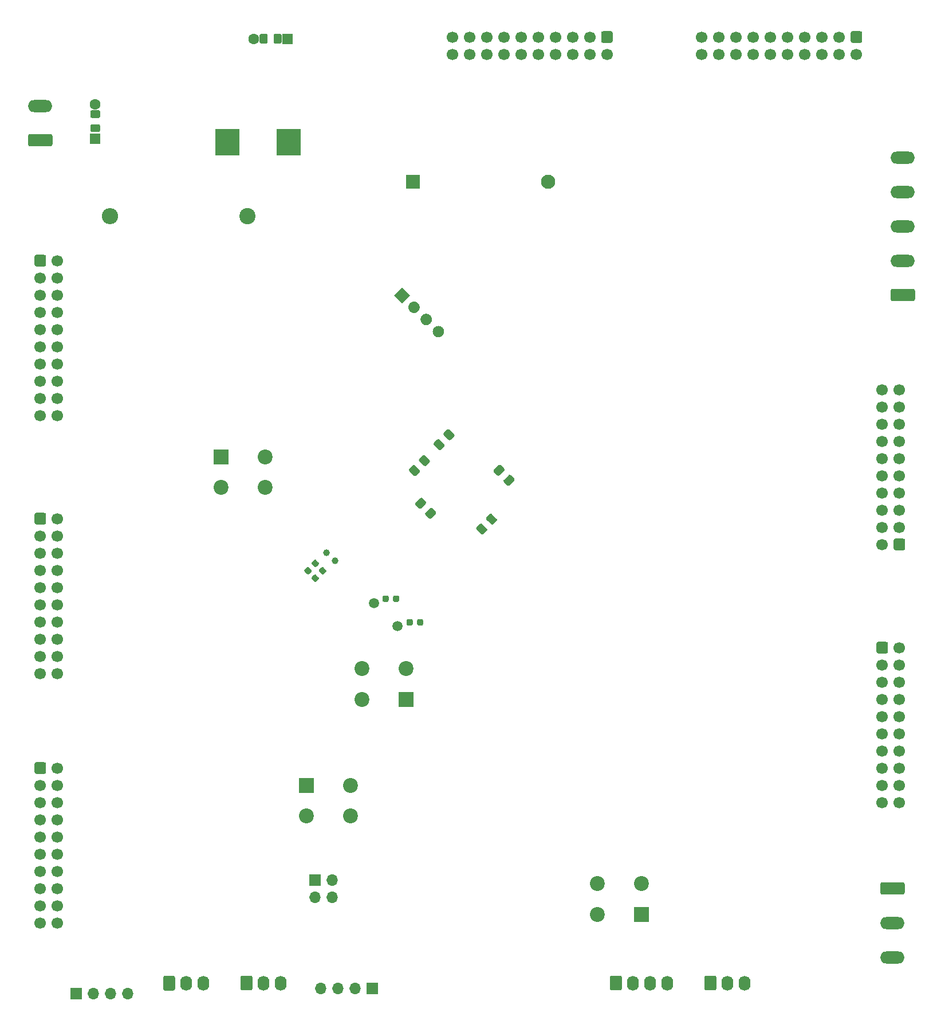
<source format=gbr>
%TF.GenerationSoftware,KiCad,Pcbnew,(5.1.12)-1*%
%TF.CreationDate,2022-04-06T16:52:09+05:30*%
%TF.ProjectId,MCROCONTROLLER,4d43524f-434f-44e5-9452-4f4c4c45522e,rev?*%
%TF.SameCoordinates,Original*%
%TF.FileFunction,Soldermask,Bot*%
%TF.FilePolarity,Negative*%
%FSLAX46Y46*%
G04 Gerber Fmt 4.6, Leading zero omitted, Abs format (unit mm)*
G04 Created by KiCad (PCBNEW (5.1.12)-1) date 2022-04-06 16:52:09*
%MOMM*%
%LPD*%
G01*
G04 APERTURE LIST*
%ADD10O,3.600000X1.800000*%
%ADD11R,1.600000X1.600000*%
%ADD12C,1.600000*%
%ADD13C,1.700000*%
%ADD14C,0.100000*%
%ADD15R,3.600000X4.000000*%
%ADD16C,2.200000*%
%ADD17R,2.200000X2.200000*%
%ADD18C,1.500000*%
%ADD19C,1.000000*%
%ADD20O,1.740000X2.190000*%
%ADD21R,1.700000X1.700000*%
%ADD22O,1.700000X1.700000*%
%ADD23C,2.400000*%
%ADD24O,2.400000X2.400000*%
%ADD25R,2.100000X2.100000*%
%ADD26C,2.100000*%
G04 APERTURE END LIST*
%TO.C,J7*%
G36*
G01*
X184938000Y-77100000D02*
X181838000Y-77100000D01*
G75*
G02*
X181588000Y-76850000I0J250000D01*
G01*
X181588000Y-75550000D01*
G75*
G02*
X181838000Y-75300000I250000J0D01*
G01*
X184938000Y-75300000D01*
G75*
G02*
X185188000Y-75550000I0J-250000D01*
G01*
X185188000Y-76850000D01*
G75*
G02*
X184938000Y-77100000I-250000J0D01*
G01*
G37*
D10*
X183388000Y-71120000D03*
X183388000Y-66040000D03*
X183388000Y-60960000D03*
X183388000Y-55880000D03*
%TD*%
D11*
%TO.C,C1*%
X64008000Y-53086000D03*
D12*
X64008000Y-48086000D03*
%TD*%
%TO.C,C2*%
G36*
G01*
X64483000Y-52149500D02*
X63533000Y-52149500D01*
G75*
G02*
X63283000Y-51899500I0J250000D01*
G01*
X63283000Y-51224500D01*
G75*
G02*
X63533000Y-50974500I250000J0D01*
G01*
X64483000Y-50974500D01*
G75*
G02*
X64733000Y-51224500I0J-250000D01*
G01*
X64733000Y-51899500D01*
G75*
G02*
X64483000Y-52149500I-250000J0D01*
G01*
G37*
G36*
G01*
X64483000Y-50074500D02*
X63533000Y-50074500D01*
G75*
G02*
X63283000Y-49824500I0J250000D01*
G01*
X63283000Y-49149500D01*
G75*
G02*
X63533000Y-48899500I250000J0D01*
G01*
X64483000Y-48899500D01*
G75*
G02*
X64733000Y-49149500I0J-250000D01*
G01*
X64733000Y-49824500D01*
G75*
G02*
X64483000Y-50074500I-250000J0D01*
G01*
G37*
%TD*%
%TO.C,C3*%
X87456000Y-38354000D03*
D11*
X92456000Y-38354000D03*
%TD*%
%TO.C,C4*%
G36*
G01*
X89487500Y-37879000D02*
X89487500Y-38829000D01*
G75*
G02*
X89237500Y-39079000I-250000J0D01*
G01*
X88562500Y-39079000D01*
G75*
G02*
X88312500Y-38829000I0J250000D01*
G01*
X88312500Y-37879000D01*
G75*
G02*
X88562500Y-37629000I250000J0D01*
G01*
X89237500Y-37629000D01*
G75*
G02*
X89487500Y-37879000I0J-250000D01*
G01*
G37*
G36*
G01*
X91562500Y-37879000D02*
X91562500Y-38829000D01*
G75*
G02*
X91312500Y-39079000I-250000J0D01*
G01*
X90637500Y-39079000D01*
G75*
G02*
X90387500Y-38829000I0J250000D01*
G01*
X90387500Y-37879000D01*
G75*
G02*
X90637500Y-37629000I250000J0D01*
G01*
X91312500Y-37629000D01*
G75*
G02*
X91562500Y-37879000I0J-250000D01*
G01*
G37*
%TD*%
%TO.C,C6*%
G36*
G01*
X106483400Y-121306400D02*
X106483400Y-120806400D01*
G75*
G02*
X106708400Y-120581400I225000J0D01*
G01*
X107158400Y-120581400D01*
G75*
G02*
X107383400Y-120806400I0J-225000D01*
G01*
X107383400Y-121306400D01*
G75*
G02*
X107158400Y-121531400I-225000J0D01*
G01*
X106708400Y-121531400D01*
G75*
G02*
X106483400Y-121306400I0J225000D01*
G01*
G37*
G36*
G01*
X108033400Y-121306400D02*
X108033400Y-120806400D01*
G75*
G02*
X108258400Y-120581400I225000J0D01*
G01*
X108708400Y-120581400D01*
G75*
G02*
X108933400Y-120806400I0J-225000D01*
G01*
X108933400Y-121306400D01*
G75*
G02*
X108708400Y-121531400I-225000J0D01*
G01*
X108258400Y-121531400D01*
G75*
G02*
X108033400Y-121306400I0J225000D01*
G01*
G37*
%TD*%
%TO.C,C7*%
G36*
G01*
X110039400Y-124786200D02*
X110039400Y-124286200D01*
G75*
G02*
X110264400Y-124061200I225000J0D01*
G01*
X110714400Y-124061200D01*
G75*
G02*
X110939400Y-124286200I0J-225000D01*
G01*
X110939400Y-124786200D01*
G75*
G02*
X110714400Y-125011200I-225000J0D01*
G01*
X110264400Y-125011200D01*
G75*
G02*
X110039400Y-124786200I0J225000D01*
G01*
G37*
G36*
G01*
X111589400Y-124786200D02*
X111589400Y-124286200D01*
G75*
G02*
X111814400Y-124061200I225000J0D01*
G01*
X112264400Y-124061200D01*
G75*
G02*
X112489400Y-124286200I0J-225000D01*
G01*
X112489400Y-124786200D01*
G75*
G02*
X112264400Y-125011200I-225000J0D01*
G01*
X111814400Y-125011200D01*
G75*
G02*
X111589400Y-124786200I0J225000D01*
G01*
G37*
%TD*%
%TO.C,C8*%
G36*
G01*
X96690637Y-115325209D02*
X97044191Y-115678763D01*
G75*
G02*
X97044191Y-115996961I-159099J-159099D01*
G01*
X96725993Y-116315159D01*
G75*
G02*
X96407795Y-116315159I-159099J159099D01*
G01*
X96054241Y-115961605D01*
G75*
G02*
X96054241Y-115643407I159099J159099D01*
G01*
X96372439Y-115325209D01*
G75*
G02*
X96690637Y-115325209I159099J-159099D01*
G01*
G37*
G36*
G01*
X95594621Y-116421225D02*
X95948175Y-116774779D01*
G75*
G02*
X95948175Y-117092977I-159099J-159099D01*
G01*
X95629977Y-117411175D01*
G75*
G02*
X95311779Y-117411175I-159099J159099D01*
G01*
X94958225Y-117057621D01*
G75*
G02*
X94958225Y-116739423I159099J159099D01*
G01*
X95276423Y-116421225D01*
G75*
G02*
X95594621Y-116421225I159099J-159099D01*
G01*
G37*
%TD*%
%TO.C,C9*%
G36*
G01*
X96672213Y-117528033D02*
X97025767Y-117881587D01*
G75*
G02*
X97025767Y-118199785I-159099J-159099D01*
G01*
X96707569Y-118517983D01*
G75*
G02*
X96389371Y-118517983I-159099J159099D01*
G01*
X96035817Y-118164429D01*
G75*
G02*
X96035817Y-117846231I159099J159099D01*
G01*
X96354015Y-117528033D01*
G75*
G02*
X96672213Y-117528033I159099J-159099D01*
G01*
G37*
G36*
G01*
X97768229Y-116432017D02*
X98121783Y-116785571D01*
G75*
G02*
X98121783Y-117103769I-159099J-159099D01*
G01*
X97803585Y-117421967D01*
G75*
G02*
X97485387Y-117421967I-159099J159099D01*
G01*
X97131833Y-117068413D01*
G75*
G02*
X97131833Y-116750215I159099J159099D01*
G01*
X97450031Y-116432017D01*
G75*
G02*
X97768229Y-116432017I159099J-159099D01*
G01*
G37*
%TD*%
%TO.C,C10*%
G36*
G01*
X111127604Y-102878747D02*
X110455853Y-102206996D01*
G75*
G02*
X110455853Y-101853442I176777J176777D01*
G01*
X110933150Y-101376145D01*
G75*
G02*
X111286704Y-101376145I176777J-176777D01*
G01*
X111958455Y-102047896D01*
G75*
G02*
X111958455Y-102401450I-176777J-176777D01*
G01*
X111481158Y-102878747D01*
G75*
G02*
X111127604Y-102878747I-176777J176777D01*
G01*
G37*
G36*
G01*
X112594850Y-101411501D02*
X111923099Y-100739750D01*
G75*
G02*
X111923099Y-100386196I176777J176777D01*
G01*
X112400396Y-99908899D01*
G75*
G02*
X112753950Y-99908899I176777J-176777D01*
G01*
X113425701Y-100580650D01*
G75*
G02*
X113425701Y-100934204I-176777J-176777D01*
G01*
X112948404Y-101411501D01*
G75*
G02*
X112594850Y-101411501I-176777J176777D01*
G01*
G37*
%TD*%
%TO.C,C11*%
G36*
G01*
X124419899Y-103476250D02*
X125091650Y-102804499D01*
G75*
G02*
X125445204Y-102804499I176777J-176777D01*
G01*
X125922501Y-103281796D01*
G75*
G02*
X125922501Y-103635350I-176777J-176777D01*
G01*
X125250750Y-104307101D01*
G75*
G02*
X124897196Y-104307101I-176777J176777D01*
G01*
X124419899Y-103829804D01*
G75*
G02*
X124419899Y-103476250I176777J176777D01*
G01*
G37*
G36*
G01*
X122952653Y-102009004D02*
X123624404Y-101337253D01*
G75*
G02*
X123977958Y-101337253I176777J-176777D01*
G01*
X124455255Y-101814550D01*
G75*
G02*
X124455255Y-102168104I-176777J-176777D01*
G01*
X123783504Y-102839855D01*
G75*
G02*
X123429950Y-102839855I-176777J176777D01*
G01*
X122952653Y-102362558D01*
G75*
G02*
X122952653Y-102009004I176777J176777D01*
G01*
G37*
%TD*%
%TO.C,C12*%
G36*
G01*
X114756827Y-99046324D02*
X114085076Y-98374573D01*
G75*
G02*
X114085076Y-98021019I176777J176777D01*
G01*
X114562373Y-97543722D01*
G75*
G02*
X114915927Y-97543722I176777J-176777D01*
G01*
X115587678Y-98215473D01*
G75*
G02*
X115587678Y-98569027I-176777J-176777D01*
G01*
X115110381Y-99046324D01*
G75*
G02*
X114756827Y-99046324I-176777J176777D01*
G01*
G37*
G36*
G01*
X116224073Y-97579078D02*
X115552322Y-96907327D01*
G75*
G02*
X115552322Y-96553773I176777J176777D01*
G01*
X116029619Y-96076476D01*
G75*
G02*
X116383173Y-96076476I176777J-176777D01*
G01*
X117054924Y-96748227D01*
G75*
G02*
X117054924Y-97101781I-176777J-176777D01*
G01*
X116577627Y-97579078D01*
G75*
G02*
X116224073Y-97579078I-176777J176777D01*
G01*
G37*
%TD*%
%TO.C,C13*%
G36*
G01*
X121215127Y-110019022D02*
X121886878Y-110690773D01*
G75*
G02*
X121886878Y-111044327I-176777J-176777D01*
G01*
X121409581Y-111521624D01*
G75*
G02*
X121056027Y-111521624I-176777J176777D01*
G01*
X120384276Y-110849873D01*
G75*
G02*
X120384276Y-110496319I176777J176777D01*
G01*
X120861573Y-110019022D01*
G75*
G02*
X121215127Y-110019022I176777J-176777D01*
G01*
G37*
G36*
G01*
X122682373Y-108551776D02*
X123354124Y-109223527D01*
G75*
G02*
X123354124Y-109577081I-176777J-176777D01*
G01*
X122876827Y-110054378D01*
G75*
G02*
X122523273Y-110054378I-176777J176777D01*
G01*
X121851522Y-109382627D01*
G75*
G02*
X121851522Y-109029073I176777J176777D01*
G01*
X122328819Y-108551776D01*
G75*
G02*
X122682373Y-108551776I176777J-176777D01*
G01*
G37*
%TD*%
%TO.C,C14*%
G36*
G01*
X114334147Y-108506196D02*
X113662396Y-109177947D01*
G75*
G02*
X113308842Y-109177947I-176777J176777D01*
G01*
X112831545Y-108700650D01*
G75*
G02*
X112831545Y-108347096I176777J176777D01*
G01*
X113503296Y-107675345D01*
G75*
G02*
X113856850Y-107675345I176777J-176777D01*
G01*
X114334147Y-108152642D01*
G75*
G02*
X114334147Y-108506196I-176777J-176777D01*
G01*
G37*
G36*
G01*
X112866901Y-107038950D02*
X112195150Y-107710701D01*
G75*
G02*
X111841596Y-107710701I-176777J176777D01*
G01*
X111364299Y-107233404D01*
G75*
G02*
X111364299Y-106879850I176777J176777D01*
G01*
X112036050Y-106208099D01*
G75*
G02*
X112389604Y-106208099I176777J-176777D01*
G01*
X112866901Y-106685396D01*
G75*
G02*
X112866901Y-107038950I-176777J-176777D01*
G01*
G37*
%TD*%
%TO.C,J1*%
G36*
G01*
X55030000Y-71720000D02*
X55030000Y-70520000D01*
G75*
G02*
X55280000Y-70270000I250000J0D01*
G01*
X56480000Y-70270000D01*
G75*
G02*
X56730000Y-70520000I0J-250000D01*
G01*
X56730000Y-71720000D01*
G75*
G02*
X56480000Y-71970000I-250000J0D01*
G01*
X55280000Y-71970000D01*
G75*
G02*
X55030000Y-71720000I0J250000D01*
G01*
G37*
D13*
X55880000Y-73660000D03*
X55880000Y-76200000D03*
X55880000Y-78740000D03*
X55880000Y-81280000D03*
X55880000Y-83820000D03*
X55880000Y-86360000D03*
X55880000Y-88900000D03*
X55880000Y-91440000D03*
X55880000Y-93980000D03*
X58420000Y-71120000D03*
X58420000Y-73660000D03*
X58420000Y-76200000D03*
X58420000Y-78740000D03*
X58420000Y-81280000D03*
X58420000Y-83820000D03*
X58420000Y-86360000D03*
X58420000Y-88900000D03*
X58420000Y-91440000D03*
X58420000Y-93980000D03*
%TD*%
%TO.C,J2*%
X58420000Y-132080000D03*
X58420000Y-129540000D03*
X58420000Y-127000000D03*
X58420000Y-124460000D03*
X58420000Y-121920000D03*
X58420000Y-119380000D03*
X58420000Y-116840000D03*
X58420000Y-114300000D03*
X58420000Y-111760000D03*
X58420000Y-109220000D03*
X55880000Y-132080000D03*
X55880000Y-129540000D03*
X55880000Y-127000000D03*
X55880000Y-124460000D03*
X55880000Y-121920000D03*
X55880000Y-119380000D03*
X55880000Y-116840000D03*
X55880000Y-114300000D03*
X55880000Y-111760000D03*
G36*
G01*
X55030000Y-109820000D02*
X55030000Y-108620000D01*
G75*
G02*
X55280000Y-108370000I250000J0D01*
G01*
X56480000Y-108370000D01*
G75*
G02*
X56730000Y-108620000I0J-250000D01*
G01*
X56730000Y-109820000D01*
G75*
G02*
X56480000Y-110070000I-250000J0D01*
G01*
X55280000Y-110070000D01*
G75*
G02*
X55030000Y-109820000I0J250000D01*
G01*
G37*
%TD*%
%TO.C,J3*%
G36*
G01*
X183730000Y-112430000D02*
X183730000Y-113630000D01*
G75*
G02*
X183480000Y-113880000I-250000J0D01*
G01*
X182280000Y-113880000D01*
G75*
G02*
X182030000Y-113630000I0J250000D01*
G01*
X182030000Y-112430000D01*
G75*
G02*
X182280000Y-112180000I250000J0D01*
G01*
X183480000Y-112180000D01*
G75*
G02*
X183730000Y-112430000I0J-250000D01*
G01*
G37*
X182880000Y-110490000D03*
X182880000Y-107950000D03*
X182880000Y-105410000D03*
X182880000Y-102870000D03*
X182880000Y-100330000D03*
X182880000Y-97790000D03*
X182880000Y-95250000D03*
X182880000Y-92710000D03*
X182880000Y-90170000D03*
X180340000Y-113030000D03*
X180340000Y-110490000D03*
X180340000Y-107950000D03*
X180340000Y-105410000D03*
X180340000Y-102870000D03*
X180340000Y-100330000D03*
X180340000Y-97790000D03*
X180340000Y-95250000D03*
X180340000Y-92710000D03*
X180340000Y-90170000D03*
%TD*%
%TO.C,J4*%
G36*
G01*
X55030000Y-146650000D02*
X55030000Y-145450000D01*
G75*
G02*
X55280000Y-145200000I250000J0D01*
G01*
X56480000Y-145200000D01*
G75*
G02*
X56730000Y-145450000I0J-250000D01*
G01*
X56730000Y-146650000D01*
G75*
G02*
X56480000Y-146900000I-250000J0D01*
G01*
X55280000Y-146900000D01*
G75*
G02*
X55030000Y-146650000I0J250000D01*
G01*
G37*
X55880000Y-148590000D03*
X55880000Y-151130000D03*
X55880000Y-153670000D03*
X55880000Y-156210000D03*
X55880000Y-158750000D03*
X55880000Y-161290000D03*
X55880000Y-163830000D03*
X55880000Y-166370000D03*
X55880000Y-168910000D03*
X58420000Y-146050000D03*
X58420000Y-148590000D03*
X58420000Y-151130000D03*
X58420000Y-153670000D03*
X58420000Y-156210000D03*
X58420000Y-158750000D03*
X58420000Y-161290000D03*
X58420000Y-163830000D03*
X58420000Y-166370000D03*
X58420000Y-168910000D03*
%TD*%
%TO.C,J5*%
X182880000Y-151130000D03*
X182880000Y-148590000D03*
X182880000Y-146050000D03*
X182880000Y-143510000D03*
X182880000Y-140970000D03*
X182880000Y-138430000D03*
X182880000Y-135890000D03*
X182880000Y-133350000D03*
X182880000Y-130810000D03*
X182880000Y-128270000D03*
X180340000Y-151130000D03*
X180340000Y-148590000D03*
X180340000Y-146050000D03*
X180340000Y-143510000D03*
X180340000Y-140970000D03*
X180340000Y-138430000D03*
X180340000Y-135890000D03*
X180340000Y-133350000D03*
X180340000Y-130810000D03*
G36*
G01*
X179490000Y-128870000D02*
X179490000Y-127670000D01*
G75*
G02*
X179740000Y-127420000I250000J0D01*
G01*
X180940000Y-127420000D01*
G75*
G02*
X181190000Y-127670000I0J-250000D01*
G01*
X181190000Y-128870000D01*
G75*
G02*
X180940000Y-129120000I-250000J0D01*
G01*
X179740000Y-129120000D01*
G75*
G02*
X179490000Y-128870000I0J250000D01*
G01*
G37*
%TD*%
%TO.C,J6*%
G36*
G01*
X180314000Y-162930000D02*
X183414000Y-162930000D01*
G75*
G02*
X183664000Y-163180000I0J-250000D01*
G01*
X183664000Y-164480000D01*
G75*
G02*
X183414000Y-164730000I-250000J0D01*
G01*
X180314000Y-164730000D01*
G75*
G02*
X180064000Y-164480000I0J250000D01*
G01*
X180064000Y-163180000D01*
G75*
G02*
X180314000Y-162930000I250000J0D01*
G01*
G37*
D10*
X181864000Y-168910000D03*
X181864000Y-173990000D03*
%TD*%
D13*
%TO.C,J8*%
X153670000Y-40640000D03*
X156210000Y-40640000D03*
X158750000Y-40640000D03*
X161290000Y-40640000D03*
X163830000Y-40640000D03*
X166370000Y-40640000D03*
X168910000Y-40640000D03*
X171450000Y-40640000D03*
X173990000Y-40640000D03*
X176530000Y-40640000D03*
X153670000Y-38100000D03*
X156210000Y-38100000D03*
X158750000Y-38100000D03*
X161290000Y-38100000D03*
X163830000Y-38100000D03*
X166370000Y-38100000D03*
X168910000Y-38100000D03*
X171450000Y-38100000D03*
X173990000Y-38100000D03*
G36*
G01*
X175930000Y-37250000D02*
X177130000Y-37250000D01*
G75*
G02*
X177380000Y-37500000I0J-250000D01*
G01*
X177380000Y-38700000D01*
G75*
G02*
X177130000Y-38950000I-250000J0D01*
G01*
X175930000Y-38950000D01*
G75*
G02*
X175680000Y-38700000I0J250000D01*
G01*
X175680000Y-37500000D01*
G75*
G02*
X175930000Y-37250000I250000J0D01*
G01*
G37*
%TD*%
%TO.C,J9*%
G36*
G01*
X57430000Y-54240000D02*
X54330000Y-54240000D01*
G75*
G02*
X54080000Y-53990000I0J250000D01*
G01*
X54080000Y-52690000D01*
G75*
G02*
X54330000Y-52440000I250000J0D01*
G01*
X57430000Y-52440000D01*
G75*
G02*
X57680000Y-52690000I0J-250000D01*
G01*
X57680000Y-53990000D01*
G75*
G02*
X57430000Y-54240000I-250000J0D01*
G01*
G37*
D10*
X55880000Y-48260000D03*
%TD*%
D14*
%TO.C,J10*%
G36*
X109343646Y-77424128D02*
G01*
X108141564Y-76222046D01*
X109343646Y-75019964D01*
X110545728Y-76222046D01*
X109343646Y-77424128D01*
G37*
G36*
G01*
X110538656Y-78619138D02*
X110538656Y-78619138D01*
G75*
G02*
X110538656Y-77417056I601041J601041D01*
G01*
X110538656Y-77417056D01*
G75*
G02*
X111740738Y-77417056I601041J-601041D01*
G01*
X111740738Y-77417056D01*
G75*
G02*
X111740738Y-78619138I-601041J-601041D01*
G01*
X111740738Y-78619138D01*
G75*
G02*
X110538656Y-78619138I-601041J601041D01*
G01*
G37*
G36*
G01*
X112334707Y-80415189D02*
X112334707Y-80415189D01*
G75*
G02*
X112334707Y-79213107I601041J601041D01*
G01*
X112334707Y-79213107D01*
G75*
G02*
X113536789Y-79213107I601041J-601041D01*
G01*
X113536789Y-79213107D01*
G75*
G02*
X113536789Y-80415189I-601041J-601041D01*
G01*
X113536789Y-80415189D01*
G75*
G02*
X112334707Y-80415189I-601041J601041D01*
G01*
G37*
G36*
G01*
X114130759Y-82211241D02*
X114130759Y-82211241D01*
G75*
G02*
X114130759Y-81009159I601041J601041D01*
G01*
X114130759Y-81009159D01*
G75*
G02*
X115332841Y-81009159I601041J-601041D01*
G01*
X115332841Y-81009159D01*
G75*
G02*
X115332841Y-82211241I-601041J-601041D01*
G01*
X115332841Y-82211241D01*
G75*
G02*
X114130759Y-82211241I-601041J601041D01*
G01*
G37*
%TD*%
D15*
%TO.C,L1*%
X92640600Y-53670200D03*
X83540600Y-53670200D03*
%TD*%
D16*
%TO.C,S1*%
X109982000Y-131390000D03*
X103482000Y-131390000D03*
X103482000Y-135890000D03*
D17*
X109982000Y-135890000D03*
%TD*%
%TO.C,S2*%
X82626200Y-100101400D03*
D16*
X89126200Y-100101400D03*
X89126200Y-104601400D03*
X82626200Y-104601400D03*
%TD*%
D18*
%TO.C,Y1*%
X108661200Y-125120400D03*
X105210519Y-121669719D03*
%TD*%
D19*
%TO.C,Y2*%
X98221800Y-114274600D03*
X99423882Y-115476682D03*
%TD*%
%TO.C,J11*%
G36*
G01*
X85490000Y-178645001D02*
X85490000Y-176954999D01*
G75*
G02*
X85739999Y-176705000I249999J0D01*
G01*
X86980001Y-176705000D01*
G75*
G02*
X87230000Y-176954999I0J-249999D01*
G01*
X87230000Y-178645001D01*
G75*
G02*
X86980001Y-178895000I-249999J0D01*
G01*
X85739999Y-178895000D01*
G75*
G02*
X85490000Y-178645001I0J249999D01*
G01*
G37*
D20*
X88900000Y-177800000D03*
X91440000Y-177800000D03*
%TD*%
%TO.C,J12*%
X80010000Y-177825400D03*
X77470000Y-177825400D03*
G36*
G01*
X74060000Y-178670401D02*
X74060000Y-176980399D01*
G75*
G02*
X74309999Y-176730400I249999J0D01*
G01*
X75550001Y-176730400D01*
G75*
G02*
X75800000Y-176980399I0J-249999D01*
G01*
X75800000Y-178670401D01*
G75*
G02*
X75550001Y-178920400I-249999J0D01*
G01*
X74309999Y-178920400D01*
G75*
G02*
X74060000Y-178670401I0J249999D01*
G01*
G37*
%TD*%
%TO.C,J13*%
G36*
G01*
X140100000Y-178645001D02*
X140100000Y-176954999D01*
G75*
G02*
X140349999Y-176705000I249999J0D01*
G01*
X141590001Y-176705000D01*
G75*
G02*
X141840000Y-176954999I0J-249999D01*
G01*
X141840000Y-178645001D01*
G75*
G02*
X141590001Y-178895000I-249999J0D01*
G01*
X140349999Y-178895000D01*
G75*
G02*
X140100000Y-178645001I0J249999D01*
G01*
G37*
X143510000Y-177800000D03*
X146050000Y-177800000D03*
X148590000Y-177800000D03*
%TD*%
%TO.C,J14*%
G36*
G01*
X154070000Y-178645001D02*
X154070000Y-176954999D01*
G75*
G02*
X154319999Y-176705000I249999J0D01*
G01*
X155560001Y-176705000D01*
G75*
G02*
X155810000Y-176954999I0J-249999D01*
G01*
X155810000Y-178645001D01*
G75*
G02*
X155560001Y-178895000I-249999J0D01*
G01*
X154319999Y-178895000D01*
G75*
G02*
X154070000Y-178645001I0J249999D01*
G01*
G37*
X157480000Y-177800000D03*
X160020000Y-177800000D03*
%TD*%
D16*
%TO.C,S3*%
X95250000Y-153090000D03*
X101750000Y-153090000D03*
X101750000Y-148590000D03*
D17*
X95250000Y-148590000D03*
%TD*%
%TO.C,S4*%
X144780000Y-167640000D03*
D16*
X138280000Y-167640000D03*
X138280000Y-163140000D03*
X144780000Y-163140000D03*
%TD*%
D21*
%TO.C,J15*%
X96520000Y-162560000D03*
D22*
X96520000Y-165100000D03*
X99060000Y-162560000D03*
X99060000Y-165100000D03*
%TD*%
D23*
%TO.C,R14*%
X86512400Y-64566800D03*
D24*
X66192400Y-64566800D03*
%TD*%
D25*
%TO.C,BT1*%
X110998000Y-59436000D03*
D26*
X130998000Y-59436000D03*
%TD*%
%TO.C,J16*%
G36*
G01*
X139049200Y-37250000D02*
X140249200Y-37250000D01*
G75*
G02*
X140499200Y-37500000I0J-250000D01*
G01*
X140499200Y-38700000D01*
G75*
G02*
X140249200Y-38950000I-250000J0D01*
G01*
X139049200Y-38950000D01*
G75*
G02*
X138799200Y-38700000I0J250000D01*
G01*
X138799200Y-37500000D01*
G75*
G02*
X139049200Y-37250000I250000J0D01*
G01*
G37*
D13*
X137109200Y-38100000D03*
X134569200Y-38100000D03*
X132029200Y-38100000D03*
X129489200Y-38100000D03*
X126949200Y-38100000D03*
X124409200Y-38100000D03*
X121869200Y-38100000D03*
X119329200Y-38100000D03*
X116789200Y-38100000D03*
X139649200Y-40640000D03*
X137109200Y-40640000D03*
X134569200Y-40640000D03*
X132029200Y-40640000D03*
X129489200Y-40640000D03*
X126949200Y-40640000D03*
X124409200Y-40640000D03*
X121869200Y-40640000D03*
X119329200Y-40640000D03*
X116789200Y-40640000D03*
%TD*%
D21*
%TO.C,J17*%
X61200000Y-179400000D03*
D22*
X63740000Y-179400000D03*
X66280000Y-179400000D03*
X68820000Y-179400000D03*
%TD*%
D21*
%TO.C,J18*%
X105000000Y-178600000D03*
D22*
X102460000Y-178600000D03*
X99920000Y-178600000D03*
X97380000Y-178600000D03*
%TD*%
M02*

</source>
